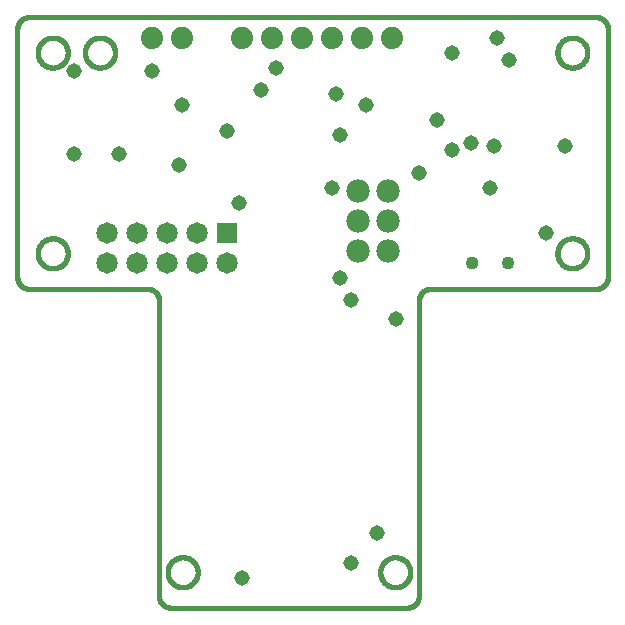
<source format=gbs>
G75*
%MOIN*%
%OFA0B0*%
%FSLAX25Y25*%
%IPPOS*%
%LPD*%
%AMOC8*
5,1,8,0,0,1.08239X$1,22.5*
%
%ADD10C,0.01600*%
%ADD11C,0.07800*%
%ADD12C,0.07400*%
%ADD13R,0.07137X0.07137*%
%ADD14C,0.07137*%
%ADD15C,0.00000*%
%ADD16C,0.04343*%
%ADD17C,0.05162*%
D10*
X0049044Y0005737D02*
X0049044Y0104162D01*
X0049042Y0104286D01*
X0049036Y0104409D01*
X0049027Y0104533D01*
X0049013Y0104655D01*
X0048996Y0104778D01*
X0048974Y0104900D01*
X0048949Y0105021D01*
X0048920Y0105141D01*
X0048888Y0105260D01*
X0048851Y0105379D01*
X0048811Y0105496D01*
X0048768Y0105611D01*
X0048720Y0105726D01*
X0048669Y0105838D01*
X0048615Y0105949D01*
X0048557Y0106059D01*
X0048496Y0106166D01*
X0048431Y0106272D01*
X0048363Y0106375D01*
X0048292Y0106476D01*
X0048218Y0106575D01*
X0048141Y0106672D01*
X0048060Y0106766D01*
X0047977Y0106857D01*
X0047891Y0106946D01*
X0047802Y0107032D01*
X0047711Y0107115D01*
X0047617Y0107196D01*
X0047520Y0107273D01*
X0047421Y0107347D01*
X0047320Y0107418D01*
X0047217Y0107486D01*
X0047111Y0107551D01*
X0047004Y0107612D01*
X0046894Y0107670D01*
X0046783Y0107724D01*
X0046671Y0107775D01*
X0046556Y0107823D01*
X0046441Y0107866D01*
X0046324Y0107906D01*
X0046205Y0107943D01*
X0046086Y0107975D01*
X0045966Y0108004D01*
X0045845Y0108029D01*
X0045723Y0108051D01*
X0045600Y0108068D01*
X0045478Y0108082D01*
X0045354Y0108091D01*
X0045231Y0108097D01*
X0045107Y0108099D01*
X0005737Y0108099D01*
X0005613Y0108101D01*
X0005490Y0108107D01*
X0005366Y0108116D01*
X0005244Y0108130D01*
X0005121Y0108147D01*
X0004999Y0108169D01*
X0004878Y0108194D01*
X0004758Y0108223D01*
X0004639Y0108255D01*
X0004520Y0108292D01*
X0004403Y0108332D01*
X0004288Y0108375D01*
X0004173Y0108423D01*
X0004061Y0108474D01*
X0003950Y0108528D01*
X0003840Y0108586D01*
X0003733Y0108647D01*
X0003627Y0108712D01*
X0003524Y0108780D01*
X0003423Y0108851D01*
X0003324Y0108925D01*
X0003227Y0109002D01*
X0003133Y0109083D01*
X0003042Y0109166D01*
X0002953Y0109252D01*
X0002867Y0109341D01*
X0002784Y0109432D01*
X0002703Y0109526D01*
X0002626Y0109623D01*
X0002552Y0109722D01*
X0002481Y0109823D01*
X0002413Y0109926D01*
X0002348Y0110032D01*
X0002287Y0110139D01*
X0002229Y0110249D01*
X0002175Y0110360D01*
X0002124Y0110472D01*
X0002076Y0110587D01*
X0002033Y0110702D01*
X0001993Y0110819D01*
X0001956Y0110938D01*
X0001924Y0111057D01*
X0001895Y0111177D01*
X0001870Y0111298D01*
X0001848Y0111420D01*
X0001831Y0111543D01*
X0001817Y0111665D01*
X0001808Y0111789D01*
X0001802Y0111912D01*
X0001800Y0112036D01*
X0001800Y0194713D01*
X0001802Y0194837D01*
X0001808Y0194960D01*
X0001817Y0195084D01*
X0001831Y0195206D01*
X0001848Y0195329D01*
X0001870Y0195451D01*
X0001895Y0195572D01*
X0001924Y0195692D01*
X0001956Y0195811D01*
X0001993Y0195930D01*
X0002033Y0196047D01*
X0002076Y0196162D01*
X0002124Y0196277D01*
X0002175Y0196389D01*
X0002229Y0196500D01*
X0002287Y0196610D01*
X0002348Y0196717D01*
X0002413Y0196823D01*
X0002481Y0196926D01*
X0002552Y0197027D01*
X0002626Y0197126D01*
X0002703Y0197223D01*
X0002784Y0197317D01*
X0002867Y0197408D01*
X0002953Y0197497D01*
X0003042Y0197583D01*
X0003133Y0197666D01*
X0003227Y0197747D01*
X0003324Y0197824D01*
X0003423Y0197898D01*
X0003524Y0197969D01*
X0003627Y0198037D01*
X0003733Y0198102D01*
X0003840Y0198163D01*
X0003950Y0198221D01*
X0004061Y0198275D01*
X0004173Y0198326D01*
X0004288Y0198374D01*
X0004403Y0198417D01*
X0004520Y0198457D01*
X0004639Y0198494D01*
X0004758Y0198526D01*
X0004878Y0198555D01*
X0004999Y0198580D01*
X0005121Y0198602D01*
X0005244Y0198619D01*
X0005366Y0198633D01*
X0005490Y0198642D01*
X0005613Y0198648D01*
X0005737Y0198650D01*
X0194713Y0198650D01*
X0194837Y0198648D01*
X0194960Y0198642D01*
X0195084Y0198633D01*
X0195206Y0198619D01*
X0195329Y0198602D01*
X0195451Y0198580D01*
X0195572Y0198555D01*
X0195692Y0198526D01*
X0195811Y0198494D01*
X0195930Y0198457D01*
X0196047Y0198417D01*
X0196162Y0198374D01*
X0196277Y0198326D01*
X0196389Y0198275D01*
X0196500Y0198221D01*
X0196610Y0198163D01*
X0196717Y0198102D01*
X0196823Y0198037D01*
X0196926Y0197969D01*
X0197027Y0197898D01*
X0197126Y0197824D01*
X0197223Y0197747D01*
X0197317Y0197666D01*
X0197408Y0197583D01*
X0197497Y0197497D01*
X0197583Y0197408D01*
X0197666Y0197317D01*
X0197747Y0197223D01*
X0197824Y0197126D01*
X0197898Y0197027D01*
X0197969Y0196926D01*
X0198037Y0196823D01*
X0198102Y0196717D01*
X0198163Y0196610D01*
X0198221Y0196500D01*
X0198275Y0196389D01*
X0198326Y0196277D01*
X0198374Y0196162D01*
X0198417Y0196047D01*
X0198457Y0195930D01*
X0198494Y0195811D01*
X0198526Y0195692D01*
X0198555Y0195572D01*
X0198580Y0195451D01*
X0198602Y0195329D01*
X0198619Y0195206D01*
X0198633Y0195084D01*
X0198642Y0194960D01*
X0198648Y0194837D01*
X0198650Y0194713D01*
X0198650Y0112036D01*
X0198648Y0111912D01*
X0198642Y0111789D01*
X0198633Y0111665D01*
X0198619Y0111543D01*
X0198602Y0111420D01*
X0198580Y0111298D01*
X0198555Y0111177D01*
X0198526Y0111057D01*
X0198494Y0110938D01*
X0198457Y0110819D01*
X0198417Y0110702D01*
X0198374Y0110587D01*
X0198326Y0110472D01*
X0198275Y0110360D01*
X0198221Y0110249D01*
X0198163Y0110139D01*
X0198102Y0110032D01*
X0198037Y0109926D01*
X0197969Y0109823D01*
X0197898Y0109722D01*
X0197824Y0109623D01*
X0197747Y0109526D01*
X0197666Y0109432D01*
X0197583Y0109341D01*
X0197497Y0109252D01*
X0197408Y0109166D01*
X0197317Y0109083D01*
X0197223Y0109002D01*
X0197126Y0108925D01*
X0197027Y0108851D01*
X0196926Y0108780D01*
X0196823Y0108712D01*
X0196717Y0108647D01*
X0196610Y0108586D01*
X0196500Y0108528D01*
X0196389Y0108474D01*
X0196277Y0108423D01*
X0196162Y0108375D01*
X0196047Y0108332D01*
X0195930Y0108292D01*
X0195811Y0108255D01*
X0195692Y0108223D01*
X0195572Y0108194D01*
X0195451Y0108169D01*
X0195329Y0108147D01*
X0195206Y0108130D01*
X0195084Y0108116D01*
X0194960Y0108107D01*
X0194837Y0108101D01*
X0194713Y0108099D01*
X0139595Y0108099D01*
X0139471Y0108097D01*
X0139348Y0108091D01*
X0139224Y0108082D01*
X0139102Y0108068D01*
X0138979Y0108051D01*
X0138857Y0108029D01*
X0138736Y0108004D01*
X0138616Y0107975D01*
X0138497Y0107943D01*
X0138378Y0107906D01*
X0138261Y0107866D01*
X0138146Y0107823D01*
X0138031Y0107775D01*
X0137919Y0107724D01*
X0137808Y0107670D01*
X0137698Y0107612D01*
X0137591Y0107551D01*
X0137485Y0107486D01*
X0137382Y0107418D01*
X0137281Y0107347D01*
X0137182Y0107273D01*
X0137085Y0107196D01*
X0136991Y0107115D01*
X0136900Y0107032D01*
X0136811Y0106946D01*
X0136725Y0106857D01*
X0136642Y0106766D01*
X0136561Y0106672D01*
X0136484Y0106575D01*
X0136410Y0106476D01*
X0136339Y0106375D01*
X0136271Y0106272D01*
X0136206Y0106166D01*
X0136145Y0106059D01*
X0136087Y0105949D01*
X0136033Y0105838D01*
X0135982Y0105726D01*
X0135934Y0105611D01*
X0135891Y0105496D01*
X0135851Y0105379D01*
X0135814Y0105260D01*
X0135782Y0105141D01*
X0135753Y0105021D01*
X0135728Y0104900D01*
X0135706Y0104778D01*
X0135689Y0104655D01*
X0135675Y0104533D01*
X0135666Y0104409D01*
X0135660Y0104286D01*
X0135658Y0104162D01*
X0135658Y0005737D01*
X0135656Y0005613D01*
X0135650Y0005490D01*
X0135641Y0005366D01*
X0135627Y0005244D01*
X0135610Y0005121D01*
X0135588Y0004999D01*
X0135563Y0004878D01*
X0135534Y0004758D01*
X0135502Y0004639D01*
X0135465Y0004520D01*
X0135425Y0004403D01*
X0135382Y0004288D01*
X0135334Y0004173D01*
X0135283Y0004061D01*
X0135229Y0003950D01*
X0135171Y0003840D01*
X0135110Y0003733D01*
X0135045Y0003627D01*
X0134977Y0003524D01*
X0134906Y0003423D01*
X0134832Y0003324D01*
X0134755Y0003227D01*
X0134674Y0003133D01*
X0134591Y0003042D01*
X0134505Y0002953D01*
X0134416Y0002867D01*
X0134325Y0002784D01*
X0134231Y0002703D01*
X0134134Y0002626D01*
X0134035Y0002552D01*
X0133934Y0002481D01*
X0133831Y0002413D01*
X0133725Y0002348D01*
X0133618Y0002287D01*
X0133508Y0002229D01*
X0133397Y0002175D01*
X0133285Y0002124D01*
X0133170Y0002076D01*
X0133055Y0002033D01*
X0132938Y0001993D01*
X0132819Y0001956D01*
X0132700Y0001924D01*
X0132580Y0001895D01*
X0132459Y0001870D01*
X0132337Y0001848D01*
X0132214Y0001831D01*
X0132092Y0001817D01*
X0131968Y0001808D01*
X0131845Y0001802D01*
X0131721Y0001800D01*
X0052981Y0001800D01*
X0052857Y0001802D01*
X0052734Y0001808D01*
X0052610Y0001817D01*
X0052488Y0001831D01*
X0052365Y0001848D01*
X0052243Y0001870D01*
X0052122Y0001895D01*
X0052002Y0001924D01*
X0051883Y0001956D01*
X0051764Y0001993D01*
X0051647Y0002033D01*
X0051532Y0002076D01*
X0051417Y0002124D01*
X0051305Y0002175D01*
X0051194Y0002229D01*
X0051084Y0002287D01*
X0050977Y0002348D01*
X0050871Y0002413D01*
X0050768Y0002481D01*
X0050667Y0002552D01*
X0050568Y0002626D01*
X0050471Y0002703D01*
X0050377Y0002784D01*
X0050286Y0002867D01*
X0050197Y0002953D01*
X0050111Y0003042D01*
X0050028Y0003133D01*
X0049947Y0003227D01*
X0049870Y0003324D01*
X0049796Y0003423D01*
X0049725Y0003524D01*
X0049657Y0003627D01*
X0049592Y0003733D01*
X0049531Y0003840D01*
X0049473Y0003950D01*
X0049419Y0004061D01*
X0049368Y0004173D01*
X0049320Y0004288D01*
X0049277Y0004403D01*
X0049237Y0004520D01*
X0049200Y0004639D01*
X0049168Y0004758D01*
X0049139Y0004878D01*
X0049114Y0004999D01*
X0049092Y0005121D01*
X0049075Y0005244D01*
X0049061Y0005366D01*
X0049052Y0005490D01*
X0049046Y0005613D01*
X0049044Y0005737D01*
X0051918Y0013611D02*
X0051920Y0013752D01*
X0051926Y0013893D01*
X0051936Y0014033D01*
X0051950Y0014173D01*
X0051968Y0014313D01*
X0051989Y0014452D01*
X0052015Y0014591D01*
X0052044Y0014729D01*
X0052078Y0014865D01*
X0052115Y0015001D01*
X0052156Y0015136D01*
X0052201Y0015270D01*
X0052250Y0015402D01*
X0052302Y0015533D01*
X0052358Y0015662D01*
X0052418Y0015789D01*
X0052481Y0015915D01*
X0052547Y0016039D01*
X0052618Y0016162D01*
X0052691Y0016282D01*
X0052768Y0016400D01*
X0052848Y0016516D01*
X0052932Y0016629D01*
X0053018Y0016740D01*
X0053108Y0016849D01*
X0053201Y0016955D01*
X0053296Y0017058D01*
X0053395Y0017159D01*
X0053496Y0017257D01*
X0053600Y0017352D01*
X0053707Y0017444D01*
X0053816Y0017533D01*
X0053928Y0017618D01*
X0054042Y0017701D01*
X0054158Y0017781D01*
X0054277Y0017857D01*
X0054398Y0017929D01*
X0054520Y0017999D01*
X0054645Y0018064D01*
X0054771Y0018127D01*
X0054899Y0018185D01*
X0055029Y0018240D01*
X0055160Y0018292D01*
X0055293Y0018339D01*
X0055427Y0018383D01*
X0055562Y0018424D01*
X0055698Y0018460D01*
X0055835Y0018492D01*
X0055973Y0018521D01*
X0056111Y0018546D01*
X0056251Y0018566D01*
X0056391Y0018583D01*
X0056531Y0018596D01*
X0056672Y0018605D01*
X0056812Y0018610D01*
X0056953Y0018611D01*
X0057094Y0018608D01*
X0057235Y0018601D01*
X0057375Y0018590D01*
X0057515Y0018575D01*
X0057655Y0018556D01*
X0057794Y0018534D01*
X0057932Y0018507D01*
X0058070Y0018477D01*
X0058206Y0018442D01*
X0058342Y0018404D01*
X0058476Y0018362D01*
X0058610Y0018316D01*
X0058742Y0018267D01*
X0058872Y0018213D01*
X0059001Y0018156D01*
X0059128Y0018096D01*
X0059254Y0018032D01*
X0059377Y0017964D01*
X0059499Y0017893D01*
X0059619Y0017819D01*
X0059736Y0017741D01*
X0059851Y0017660D01*
X0059964Y0017576D01*
X0060075Y0017489D01*
X0060183Y0017398D01*
X0060288Y0017305D01*
X0060391Y0017208D01*
X0060491Y0017109D01*
X0060588Y0017007D01*
X0060682Y0016902D01*
X0060773Y0016795D01*
X0060861Y0016685D01*
X0060946Y0016573D01*
X0061028Y0016458D01*
X0061107Y0016341D01*
X0061182Y0016222D01*
X0061254Y0016101D01*
X0061322Y0015978D01*
X0061387Y0015853D01*
X0061449Y0015726D01*
X0061506Y0015597D01*
X0061561Y0015467D01*
X0061611Y0015336D01*
X0061658Y0015203D01*
X0061701Y0015069D01*
X0061740Y0014933D01*
X0061775Y0014797D01*
X0061807Y0014660D01*
X0061834Y0014522D01*
X0061858Y0014383D01*
X0061878Y0014243D01*
X0061894Y0014103D01*
X0061906Y0013963D01*
X0061914Y0013822D01*
X0061918Y0013681D01*
X0061918Y0013541D01*
X0061914Y0013400D01*
X0061906Y0013259D01*
X0061894Y0013119D01*
X0061878Y0012979D01*
X0061858Y0012839D01*
X0061834Y0012700D01*
X0061807Y0012562D01*
X0061775Y0012425D01*
X0061740Y0012289D01*
X0061701Y0012153D01*
X0061658Y0012019D01*
X0061611Y0011886D01*
X0061561Y0011755D01*
X0061506Y0011625D01*
X0061449Y0011496D01*
X0061387Y0011369D01*
X0061322Y0011244D01*
X0061254Y0011121D01*
X0061182Y0011000D01*
X0061107Y0010881D01*
X0061028Y0010764D01*
X0060946Y0010649D01*
X0060861Y0010537D01*
X0060773Y0010427D01*
X0060682Y0010320D01*
X0060588Y0010215D01*
X0060491Y0010113D01*
X0060391Y0010014D01*
X0060288Y0009917D01*
X0060183Y0009824D01*
X0060075Y0009733D01*
X0059964Y0009646D01*
X0059851Y0009562D01*
X0059736Y0009481D01*
X0059619Y0009403D01*
X0059499Y0009329D01*
X0059377Y0009258D01*
X0059254Y0009190D01*
X0059128Y0009126D01*
X0059001Y0009066D01*
X0058872Y0009009D01*
X0058742Y0008955D01*
X0058610Y0008906D01*
X0058476Y0008860D01*
X0058342Y0008818D01*
X0058206Y0008780D01*
X0058070Y0008745D01*
X0057932Y0008715D01*
X0057794Y0008688D01*
X0057655Y0008666D01*
X0057515Y0008647D01*
X0057375Y0008632D01*
X0057235Y0008621D01*
X0057094Y0008614D01*
X0056953Y0008611D01*
X0056812Y0008612D01*
X0056672Y0008617D01*
X0056531Y0008626D01*
X0056391Y0008639D01*
X0056251Y0008656D01*
X0056111Y0008676D01*
X0055973Y0008701D01*
X0055835Y0008730D01*
X0055698Y0008762D01*
X0055562Y0008798D01*
X0055427Y0008839D01*
X0055293Y0008883D01*
X0055160Y0008930D01*
X0055029Y0008982D01*
X0054899Y0009037D01*
X0054771Y0009095D01*
X0054645Y0009158D01*
X0054520Y0009223D01*
X0054398Y0009293D01*
X0054277Y0009365D01*
X0054158Y0009441D01*
X0054042Y0009521D01*
X0053928Y0009604D01*
X0053816Y0009689D01*
X0053707Y0009778D01*
X0053600Y0009870D01*
X0053496Y0009965D01*
X0053395Y0010063D01*
X0053296Y0010164D01*
X0053201Y0010267D01*
X0053108Y0010373D01*
X0053018Y0010482D01*
X0052932Y0010593D01*
X0052848Y0010706D01*
X0052768Y0010822D01*
X0052691Y0010940D01*
X0052618Y0011060D01*
X0052547Y0011183D01*
X0052481Y0011307D01*
X0052418Y0011433D01*
X0052358Y0011560D01*
X0052302Y0011689D01*
X0052250Y0011820D01*
X0052201Y0011952D01*
X0052156Y0012086D01*
X0052115Y0012221D01*
X0052078Y0012357D01*
X0052044Y0012493D01*
X0052015Y0012631D01*
X0051989Y0012770D01*
X0051968Y0012909D01*
X0051950Y0013049D01*
X0051936Y0013189D01*
X0051926Y0013329D01*
X0051920Y0013470D01*
X0051918Y0013611D01*
X0122784Y0013611D02*
X0122786Y0013752D01*
X0122792Y0013893D01*
X0122802Y0014033D01*
X0122816Y0014173D01*
X0122834Y0014313D01*
X0122855Y0014452D01*
X0122881Y0014591D01*
X0122910Y0014729D01*
X0122944Y0014865D01*
X0122981Y0015001D01*
X0123022Y0015136D01*
X0123067Y0015270D01*
X0123116Y0015402D01*
X0123168Y0015533D01*
X0123224Y0015662D01*
X0123284Y0015789D01*
X0123347Y0015915D01*
X0123413Y0016039D01*
X0123484Y0016162D01*
X0123557Y0016282D01*
X0123634Y0016400D01*
X0123714Y0016516D01*
X0123798Y0016629D01*
X0123884Y0016740D01*
X0123974Y0016849D01*
X0124067Y0016955D01*
X0124162Y0017058D01*
X0124261Y0017159D01*
X0124362Y0017257D01*
X0124466Y0017352D01*
X0124573Y0017444D01*
X0124682Y0017533D01*
X0124794Y0017618D01*
X0124908Y0017701D01*
X0125024Y0017781D01*
X0125143Y0017857D01*
X0125264Y0017929D01*
X0125386Y0017999D01*
X0125511Y0018064D01*
X0125637Y0018127D01*
X0125765Y0018185D01*
X0125895Y0018240D01*
X0126026Y0018292D01*
X0126159Y0018339D01*
X0126293Y0018383D01*
X0126428Y0018424D01*
X0126564Y0018460D01*
X0126701Y0018492D01*
X0126839Y0018521D01*
X0126977Y0018546D01*
X0127117Y0018566D01*
X0127257Y0018583D01*
X0127397Y0018596D01*
X0127538Y0018605D01*
X0127678Y0018610D01*
X0127819Y0018611D01*
X0127960Y0018608D01*
X0128101Y0018601D01*
X0128241Y0018590D01*
X0128381Y0018575D01*
X0128521Y0018556D01*
X0128660Y0018534D01*
X0128798Y0018507D01*
X0128936Y0018477D01*
X0129072Y0018442D01*
X0129208Y0018404D01*
X0129342Y0018362D01*
X0129476Y0018316D01*
X0129608Y0018267D01*
X0129738Y0018213D01*
X0129867Y0018156D01*
X0129994Y0018096D01*
X0130120Y0018032D01*
X0130243Y0017964D01*
X0130365Y0017893D01*
X0130485Y0017819D01*
X0130602Y0017741D01*
X0130717Y0017660D01*
X0130830Y0017576D01*
X0130941Y0017489D01*
X0131049Y0017398D01*
X0131154Y0017305D01*
X0131257Y0017208D01*
X0131357Y0017109D01*
X0131454Y0017007D01*
X0131548Y0016902D01*
X0131639Y0016795D01*
X0131727Y0016685D01*
X0131812Y0016573D01*
X0131894Y0016458D01*
X0131973Y0016341D01*
X0132048Y0016222D01*
X0132120Y0016101D01*
X0132188Y0015978D01*
X0132253Y0015853D01*
X0132315Y0015726D01*
X0132372Y0015597D01*
X0132427Y0015467D01*
X0132477Y0015336D01*
X0132524Y0015203D01*
X0132567Y0015069D01*
X0132606Y0014933D01*
X0132641Y0014797D01*
X0132673Y0014660D01*
X0132700Y0014522D01*
X0132724Y0014383D01*
X0132744Y0014243D01*
X0132760Y0014103D01*
X0132772Y0013963D01*
X0132780Y0013822D01*
X0132784Y0013681D01*
X0132784Y0013541D01*
X0132780Y0013400D01*
X0132772Y0013259D01*
X0132760Y0013119D01*
X0132744Y0012979D01*
X0132724Y0012839D01*
X0132700Y0012700D01*
X0132673Y0012562D01*
X0132641Y0012425D01*
X0132606Y0012289D01*
X0132567Y0012153D01*
X0132524Y0012019D01*
X0132477Y0011886D01*
X0132427Y0011755D01*
X0132372Y0011625D01*
X0132315Y0011496D01*
X0132253Y0011369D01*
X0132188Y0011244D01*
X0132120Y0011121D01*
X0132048Y0011000D01*
X0131973Y0010881D01*
X0131894Y0010764D01*
X0131812Y0010649D01*
X0131727Y0010537D01*
X0131639Y0010427D01*
X0131548Y0010320D01*
X0131454Y0010215D01*
X0131357Y0010113D01*
X0131257Y0010014D01*
X0131154Y0009917D01*
X0131049Y0009824D01*
X0130941Y0009733D01*
X0130830Y0009646D01*
X0130717Y0009562D01*
X0130602Y0009481D01*
X0130485Y0009403D01*
X0130365Y0009329D01*
X0130243Y0009258D01*
X0130120Y0009190D01*
X0129994Y0009126D01*
X0129867Y0009066D01*
X0129738Y0009009D01*
X0129608Y0008955D01*
X0129476Y0008906D01*
X0129342Y0008860D01*
X0129208Y0008818D01*
X0129072Y0008780D01*
X0128936Y0008745D01*
X0128798Y0008715D01*
X0128660Y0008688D01*
X0128521Y0008666D01*
X0128381Y0008647D01*
X0128241Y0008632D01*
X0128101Y0008621D01*
X0127960Y0008614D01*
X0127819Y0008611D01*
X0127678Y0008612D01*
X0127538Y0008617D01*
X0127397Y0008626D01*
X0127257Y0008639D01*
X0127117Y0008656D01*
X0126977Y0008676D01*
X0126839Y0008701D01*
X0126701Y0008730D01*
X0126564Y0008762D01*
X0126428Y0008798D01*
X0126293Y0008839D01*
X0126159Y0008883D01*
X0126026Y0008930D01*
X0125895Y0008982D01*
X0125765Y0009037D01*
X0125637Y0009095D01*
X0125511Y0009158D01*
X0125386Y0009223D01*
X0125264Y0009293D01*
X0125143Y0009365D01*
X0125024Y0009441D01*
X0124908Y0009521D01*
X0124794Y0009604D01*
X0124682Y0009689D01*
X0124573Y0009778D01*
X0124466Y0009870D01*
X0124362Y0009965D01*
X0124261Y0010063D01*
X0124162Y0010164D01*
X0124067Y0010267D01*
X0123974Y0010373D01*
X0123884Y0010482D01*
X0123798Y0010593D01*
X0123714Y0010706D01*
X0123634Y0010822D01*
X0123557Y0010940D01*
X0123484Y0011060D01*
X0123413Y0011183D01*
X0123347Y0011307D01*
X0123284Y0011433D01*
X0123224Y0011560D01*
X0123168Y0011689D01*
X0123116Y0011820D01*
X0123067Y0011952D01*
X0123022Y0012086D01*
X0122981Y0012221D01*
X0122944Y0012357D01*
X0122910Y0012493D01*
X0122881Y0012631D01*
X0122855Y0012770D01*
X0122834Y0012909D01*
X0122816Y0013049D01*
X0122802Y0013189D01*
X0122792Y0013329D01*
X0122786Y0013470D01*
X0122784Y0013611D01*
X0181839Y0119910D02*
X0181841Y0120051D01*
X0181847Y0120192D01*
X0181857Y0120332D01*
X0181871Y0120472D01*
X0181889Y0120612D01*
X0181910Y0120751D01*
X0181936Y0120890D01*
X0181965Y0121028D01*
X0181999Y0121164D01*
X0182036Y0121300D01*
X0182077Y0121435D01*
X0182122Y0121569D01*
X0182171Y0121701D01*
X0182223Y0121832D01*
X0182279Y0121961D01*
X0182339Y0122088D01*
X0182402Y0122214D01*
X0182468Y0122338D01*
X0182539Y0122461D01*
X0182612Y0122581D01*
X0182689Y0122699D01*
X0182769Y0122815D01*
X0182853Y0122928D01*
X0182939Y0123039D01*
X0183029Y0123148D01*
X0183122Y0123254D01*
X0183217Y0123357D01*
X0183316Y0123458D01*
X0183417Y0123556D01*
X0183521Y0123651D01*
X0183628Y0123743D01*
X0183737Y0123832D01*
X0183849Y0123917D01*
X0183963Y0124000D01*
X0184079Y0124080D01*
X0184198Y0124156D01*
X0184319Y0124228D01*
X0184441Y0124298D01*
X0184566Y0124363D01*
X0184692Y0124426D01*
X0184820Y0124484D01*
X0184950Y0124539D01*
X0185081Y0124591D01*
X0185214Y0124638D01*
X0185348Y0124682D01*
X0185483Y0124723D01*
X0185619Y0124759D01*
X0185756Y0124791D01*
X0185894Y0124820D01*
X0186032Y0124845D01*
X0186172Y0124865D01*
X0186312Y0124882D01*
X0186452Y0124895D01*
X0186593Y0124904D01*
X0186733Y0124909D01*
X0186874Y0124910D01*
X0187015Y0124907D01*
X0187156Y0124900D01*
X0187296Y0124889D01*
X0187436Y0124874D01*
X0187576Y0124855D01*
X0187715Y0124833D01*
X0187853Y0124806D01*
X0187991Y0124776D01*
X0188127Y0124741D01*
X0188263Y0124703D01*
X0188397Y0124661D01*
X0188531Y0124615D01*
X0188663Y0124566D01*
X0188793Y0124512D01*
X0188922Y0124455D01*
X0189049Y0124395D01*
X0189175Y0124331D01*
X0189298Y0124263D01*
X0189420Y0124192D01*
X0189540Y0124118D01*
X0189657Y0124040D01*
X0189772Y0123959D01*
X0189885Y0123875D01*
X0189996Y0123788D01*
X0190104Y0123697D01*
X0190209Y0123604D01*
X0190312Y0123507D01*
X0190412Y0123408D01*
X0190509Y0123306D01*
X0190603Y0123201D01*
X0190694Y0123094D01*
X0190782Y0122984D01*
X0190867Y0122872D01*
X0190949Y0122757D01*
X0191028Y0122640D01*
X0191103Y0122521D01*
X0191175Y0122400D01*
X0191243Y0122277D01*
X0191308Y0122152D01*
X0191370Y0122025D01*
X0191427Y0121896D01*
X0191482Y0121766D01*
X0191532Y0121635D01*
X0191579Y0121502D01*
X0191622Y0121368D01*
X0191661Y0121232D01*
X0191696Y0121096D01*
X0191728Y0120959D01*
X0191755Y0120821D01*
X0191779Y0120682D01*
X0191799Y0120542D01*
X0191815Y0120402D01*
X0191827Y0120262D01*
X0191835Y0120121D01*
X0191839Y0119980D01*
X0191839Y0119840D01*
X0191835Y0119699D01*
X0191827Y0119558D01*
X0191815Y0119418D01*
X0191799Y0119278D01*
X0191779Y0119138D01*
X0191755Y0118999D01*
X0191728Y0118861D01*
X0191696Y0118724D01*
X0191661Y0118588D01*
X0191622Y0118452D01*
X0191579Y0118318D01*
X0191532Y0118185D01*
X0191482Y0118054D01*
X0191427Y0117924D01*
X0191370Y0117795D01*
X0191308Y0117668D01*
X0191243Y0117543D01*
X0191175Y0117420D01*
X0191103Y0117299D01*
X0191028Y0117180D01*
X0190949Y0117063D01*
X0190867Y0116948D01*
X0190782Y0116836D01*
X0190694Y0116726D01*
X0190603Y0116619D01*
X0190509Y0116514D01*
X0190412Y0116412D01*
X0190312Y0116313D01*
X0190209Y0116216D01*
X0190104Y0116123D01*
X0189996Y0116032D01*
X0189885Y0115945D01*
X0189772Y0115861D01*
X0189657Y0115780D01*
X0189540Y0115702D01*
X0189420Y0115628D01*
X0189298Y0115557D01*
X0189175Y0115489D01*
X0189049Y0115425D01*
X0188922Y0115365D01*
X0188793Y0115308D01*
X0188663Y0115254D01*
X0188531Y0115205D01*
X0188397Y0115159D01*
X0188263Y0115117D01*
X0188127Y0115079D01*
X0187991Y0115044D01*
X0187853Y0115014D01*
X0187715Y0114987D01*
X0187576Y0114965D01*
X0187436Y0114946D01*
X0187296Y0114931D01*
X0187156Y0114920D01*
X0187015Y0114913D01*
X0186874Y0114910D01*
X0186733Y0114911D01*
X0186593Y0114916D01*
X0186452Y0114925D01*
X0186312Y0114938D01*
X0186172Y0114955D01*
X0186032Y0114975D01*
X0185894Y0115000D01*
X0185756Y0115029D01*
X0185619Y0115061D01*
X0185483Y0115097D01*
X0185348Y0115138D01*
X0185214Y0115182D01*
X0185081Y0115229D01*
X0184950Y0115281D01*
X0184820Y0115336D01*
X0184692Y0115394D01*
X0184566Y0115457D01*
X0184441Y0115522D01*
X0184319Y0115592D01*
X0184198Y0115664D01*
X0184079Y0115740D01*
X0183963Y0115820D01*
X0183849Y0115903D01*
X0183737Y0115988D01*
X0183628Y0116077D01*
X0183521Y0116169D01*
X0183417Y0116264D01*
X0183316Y0116362D01*
X0183217Y0116463D01*
X0183122Y0116566D01*
X0183029Y0116672D01*
X0182939Y0116781D01*
X0182853Y0116892D01*
X0182769Y0117005D01*
X0182689Y0117121D01*
X0182612Y0117239D01*
X0182539Y0117359D01*
X0182468Y0117482D01*
X0182402Y0117606D01*
X0182339Y0117732D01*
X0182279Y0117859D01*
X0182223Y0117988D01*
X0182171Y0118119D01*
X0182122Y0118251D01*
X0182077Y0118385D01*
X0182036Y0118520D01*
X0181999Y0118656D01*
X0181965Y0118792D01*
X0181936Y0118930D01*
X0181910Y0119069D01*
X0181889Y0119208D01*
X0181871Y0119348D01*
X0181857Y0119488D01*
X0181847Y0119628D01*
X0181841Y0119769D01*
X0181839Y0119910D01*
X0181839Y0186839D02*
X0181841Y0186980D01*
X0181847Y0187121D01*
X0181857Y0187261D01*
X0181871Y0187401D01*
X0181889Y0187541D01*
X0181910Y0187680D01*
X0181936Y0187819D01*
X0181965Y0187957D01*
X0181999Y0188093D01*
X0182036Y0188229D01*
X0182077Y0188364D01*
X0182122Y0188498D01*
X0182171Y0188630D01*
X0182223Y0188761D01*
X0182279Y0188890D01*
X0182339Y0189017D01*
X0182402Y0189143D01*
X0182468Y0189267D01*
X0182539Y0189390D01*
X0182612Y0189510D01*
X0182689Y0189628D01*
X0182769Y0189744D01*
X0182853Y0189857D01*
X0182939Y0189968D01*
X0183029Y0190077D01*
X0183122Y0190183D01*
X0183217Y0190286D01*
X0183316Y0190387D01*
X0183417Y0190485D01*
X0183521Y0190580D01*
X0183628Y0190672D01*
X0183737Y0190761D01*
X0183849Y0190846D01*
X0183963Y0190929D01*
X0184079Y0191009D01*
X0184198Y0191085D01*
X0184319Y0191157D01*
X0184441Y0191227D01*
X0184566Y0191292D01*
X0184692Y0191355D01*
X0184820Y0191413D01*
X0184950Y0191468D01*
X0185081Y0191520D01*
X0185214Y0191567D01*
X0185348Y0191611D01*
X0185483Y0191652D01*
X0185619Y0191688D01*
X0185756Y0191720D01*
X0185894Y0191749D01*
X0186032Y0191774D01*
X0186172Y0191794D01*
X0186312Y0191811D01*
X0186452Y0191824D01*
X0186593Y0191833D01*
X0186733Y0191838D01*
X0186874Y0191839D01*
X0187015Y0191836D01*
X0187156Y0191829D01*
X0187296Y0191818D01*
X0187436Y0191803D01*
X0187576Y0191784D01*
X0187715Y0191762D01*
X0187853Y0191735D01*
X0187991Y0191705D01*
X0188127Y0191670D01*
X0188263Y0191632D01*
X0188397Y0191590D01*
X0188531Y0191544D01*
X0188663Y0191495D01*
X0188793Y0191441D01*
X0188922Y0191384D01*
X0189049Y0191324D01*
X0189175Y0191260D01*
X0189298Y0191192D01*
X0189420Y0191121D01*
X0189540Y0191047D01*
X0189657Y0190969D01*
X0189772Y0190888D01*
X0189885Y0190804D01*
X0189996Y0190717D01*
X0190104Y0190626D01*
X0190209Y0190533D01*
X0190312Y0190436D01*
X0190412Y0190337D01*
X0190509Y0190235D01*
X0190603Y0190130D01*
X0190694Y0190023D01*
X0190782Y0189913D01*
X0190867Y0189801D01*
X0190949Y0189686D01*
X0191028Y0189569D01*
X0191103Y0189450D01*
X0191175Y0189329D01*
X0191243Y0189206D01*
X0191308Y0189081D01*
X0191370Y0188954D01*
X0191427Y0188825D01*
X0191482Y0188695D01*
X0191532Y0188564D01*
X0191579Y0188431D01*
X0191622Y0188297D01*
X0191661Y0188161D01*
X0191696Y0188025D01*
X0191728Y0187888D01*
X0191755Y0187750D01*
X0191779Y0187611D01*
X0191799Y0187471D01*
X0191815Y0187331D01*
X0191827Y0187191D01*
X0191835Y0187050D01*
X0191839Y0186909D01*
X0191839Y0186769D01*
X0191835Y0186628D01*
X0191827Y0186487D01*
X0191815Y0186347D01*
X0191799Y0186207D01*
X0191779Y0186067D01*
X0191755Y0185928D01*
X0191728Y0185790D01*
X0191696Y0185653D01*
X0191661Y0185517D01*
X0191622Y0185381D01*
X0191579Y0185247D01*
X0191532Y0185114D01*
X0191482Y0184983D01*
X0191427Y0184853D01*
X0191370Y0184724D01*
X0191308Y0184597D01*
X0191243Y0184472D01*
X0191175Y0184349D01*
X0191103Y0184228D01*
X0191028Y0184109D01*
X0190949Y0183992D01*
X0190867Y0183877D01*
X0190782Y0183765D01*
X0190694Y0183655D01*
X0190603Y0183548D01*
X0190509Y0183443D01*
X0190412Y0183341D01*
X0190312Y0183242D01*
X0190209Y0183145D01*
X0190104Y0183052D01*
X0189996Y0182961D01*
X0189885Y0182874D01*
X0189772Y0182790D01*
X0189657Y0182709D01*
X0189540Y0182631D01*
X0189420Y0182557D01*
X0189298Y0182486D01*
X0189175Y0182418D01*
X0189049Y0182354D01*
X0188922Y0182294D01*
X0188793Y0182237D01*
X0188663Y0182183D01*
X0188531Y0182134D01*
X0188397Y0182088D01*
X0188263Y0182046D01*
X0188127Y0182008D01*
X0187991Y0181973D01*
X0187853Y0181943D01*
X0187715Y0181916D01*
X0187576Y0181894D01*
X0187436Y0181875D01*
X0187296Y0181860D01*
X0187156Y0181849D01*
X0187015Y0181842D01*
X0186874Y0181839D01*
X0186733Y0181840D01*
X0186593Y0181845D01*
X0186452Y0181854D01*
X0186312Y0181867D01*
X0186172Y0181884D01*
X0186032Y0181904D01*
X0185894Y0181929D01*
X0185756Y0181958D01*
X0185619Y0181990D01*
X0185483Y0182026D01*
X0185348Y0182067D01*
X0185214Y0182111D01*
X0185081Y0182158D01*
X0184950Y0182210D01*
X0184820Y0182265D01*
X0184692Y0182323D01*
X0184566Y0182386D01*
X0184441Y0182451D01*
X0184319Y0182521D01*
X0184198Y0182593D01*
X0184079Y0182669D01*
X0183963Y0182749D01*
X0183849Y0182832D01*
X0183737Y0182917D01*
X0183628Y0183006D01*
X0183521Y0183098D01*
X0183417Y0183193D01*
X0183316Y0183291D01*
X0183217Y0183392D01*
X0183122Y0183495D01*
X0183029Y0183601D01*
X0182939Y0183710D01*
X0182853Y0183821D01*
X0182769Y0183934D01*
X0182689Y0184050D01*
X0182612Y0184168D01*
X0182539Y0184288D01*
X0182468Y0184411D01*
X0182402Y0184535D01*
X0182339Y0184661D01*
X0182279Y0184788D01*
X0182223Y0184917D01*
X0182171Y0185048D01*
X0182122Y0185180D01*
X0182077Y0185314D01*
X0182036Y0185449D01*
X0181999Y0185585D01*
X0181965Y0185721D01*
X0181936Y0185859D01*
X0181910Y0185998D01*
X0181889Y0186137D01*
X0181871Y0186277D01*
X0181857Y0186417D01*
X0181847Y0186557D01*
X0181841Y0186698D01*
X0181839Y0186839D01*
X0024359Y0186839D02*
X0024361Y0186980D01*
X0024367Y0187121D01*
X0024377Y0187261D01*
X0024391Y0187401D01*
X0024409Y0187541D01*
X0024430Y0187680D01*
X0024456Y0187819D01*
X0024485Y0187957D01*
X0024519Y0188093D01*
X0024556Y0188229D01*
X0024597Y0188364D01*
X0024642Y0188498D01*
X0024691Y0188630D01*
X0024743Y0188761D01*
X0024799Y0188890D01*
X0024859Y0189017D01*
X0024922Y0189143D01*
X0024988Y0189267D01*
X0025059Y0189390D01*
X0025132Y0189510D01*
X0025209Y0189628D01*
X0025289Y0189744D01*
X0025373Y0189857D01*
X0025459Y0189968D01*
X0025549Y0190077D01*
X0025642Y0190183D01*
X0025737Y0190286D01*
X0025836Y0190387D01*
X0025937Y0190485D01*
X0026041Y0190580D01*
X0026148Y0190672D01*
X0026257Y0190761D01*
X0026369Y0190846D01*
X0026483Y0190929D01*
X0026599Y0191009D01*
X0026718Y0191085D01*
X0026839Y0191157D01*
X0026961Y0191227D01*
X0027086Y0191292D01*
X0027212Y0191355D01*
X0027340Y0191413D01*
X0027470Y0191468D01*
X0027601Y0191520D01*
X0027734Y0191567D01*
X0027868Y0191611D01*
X0028003Y0191652D01*
X0028139Y0191688D01*
X0028276Y0191720D01*
X0028414Y0191749D01*
X0028552Y0191774D01*
X0028692Y0191794D01*
X0028832Y0191811D01*
X0028972Y0191824D01*
X0029113Y0191833D01*
X0029253Y0191838D01*
X0029394Y0191839D01*
X0029535Y0191836D01*
X0029676Y0191829D01*
X0029816Y0191818D01*
X0029956Y0191803D01*
X0030096Y0191784D01*
X0030235Y0191762D01*
X0030373Y0191735D01*
X0030511Y0191705D01*
X0030647Y0191670D01*
X0030783Y0191632D01*
X0030917Y0191590D01*
X0031051Y0191544D01*
X0031183Y0191495D01*
X0031313Y0191441D01*
X0031442Y0191384D01*
X0031569Y0191324D01*
X0031695Y0191260D01*
X0031818Y0191192D01*
X0031940Y0191121D01*
X0032060Y0191047D01*
X0032177Y0190969D01*
X0032292Y0190888D01*
X0032405Y0190804D01*
X0032516Y0190717D01*
X0032624Y0190626D01*
X0032729Y0190533D01*
X0032832Y0190436D01*
X0032932Y0190337D01*
X0033029Y0190235D01*
X0033123Y0190130D01*
X0033214Y0190023D01*
X0033302Y0189913D01*
X0033387Y0189801D01*
X0033469Y0189686D01*
X0033548Y0189569D01*
X0033623Y0189450D01*
X0033695Y0189329D01*
X0033763Y0189206D01*
X0033828Y0189081D01*
X0033890Y0188954D01*
X0033947Y0188825D01*
X0034002Y0188695D01*
X0034052Y0188564D01*
X0034099Y0188431D01*
X0034142Y0188297D01*
X0034181Y0188161D01*
X0034216Y0188025D01*
X0034248Y0187888D01*
X0034275Y0187750D01*
X0034299Y0187611D01*
X0034319Y0187471D01*
X0034335Y0187331D01*
X0034347Y0187191D01*
X0034355Y0187050D01*
X0034359Y0186909D01*
X0034359Y0186769D01*
X0034355Y0186628D01*
X0034347Y0186487D01*
X0034335Y0186347D01*
X0034319Y0186207D01*
X0034299Y0186067D01*
X0034275Y0185928D01*
X0034248Y0185790D01*
X0034216Y0185653D01*
X0034181Y0185517D01*
X0034142Y0185381D01*
X0034099Y0185247D01*
X0034052Y0185114D01*
X0034002Y0184983D01*
X0033947Y0184853D01*
X0033890Y0184724D01*
X0033828Y0184597D01*
X0033763Y0184472D01*
X0033695Y0184349D01*
X0033623Y0184228D01*
X0033548Y0184109D01*
X0033469Y0183992D01*
X0033387Y0183877D01*
X0033302Y0183765D01*
X0033214Y0183655D01*
X0033123Y0183548D01*
X0033029Y0183443D01*
X0032932Y0183341D01*
X0032832Y0183242D01*
X0032729Y0183145D01*
X0032624Y0183052D01*
X0032516Y0182961D01*
X0032405Y0182874D01*
X0032292Y0182790D01*
X0032177Y0182709D01*
X0032060Y0182631D01*
X0031940Y0182557D01*
X0031818Y0182486D01*
X0031695Y0182418D01*
X0031569Y0182354D01*
X0031442Y0182294D01*
X0031313Y0182237D01*
X0031183Y0182183D01*
X0031051Y0182134D01*
X0030917Y0182088D01*
X0030783Y0182046D01*
X0030647Y0182008D01*
X0030511Y0181973D01*
X0030373Y0181943D01*
X0030235Y0181916D01*
X0030096Y0181894D01*
X0029956Y0181875D01*
X0029816Y0181860D01*
X0029676Y0181849D01*
X0029535Y0181842D01*
X0029394Y0181839D01*
X0029253Y0181840D01*
X0029113Y0181845D01*
X0028972Y0181854D01*
X0028832Y0181867D01*
X0028692Y0181884D01*
X0028552Y0181904D01*
X0028414Y0181929D01*
X0028276Y0181958D01*
X0028139Y0181990D01*
X0028003Y0182026D01*
X0027868Y0182067D01*
X0027734Y0182111D01*
X0027601Y0182158D01*
X0027470Y0182210D01*
X0027340Y0182265D01*
X0027212Y0182323D01*
X0027086Y0182386D01*
X0026961Y0182451D01*
X0026839Y0182521D01*
X0026718Y0182593D01*
X0026599Y0182669D01*
X0026483Y0182749D01*
X0026369Y0182832D01*
X0026257Y0182917D01*
X0026148Y0183006D01*
X0026041Y0183098D01*
X0025937Y0183193D01*
X0025836Y0183291D01*
X0025737Y0183392D01*
X0025642Y0183495D01*
X0025549Y0183601D01*
X0025459Y0183710D01*
X0025373Y0183821D01*
X0025289Y0183934D01*
X0025209Y0184050D01*
X0025132Y0184168D01*
X0025059Y0184288D01*
X0024988Y0184411D01*
X0024922Y0184535D01*
X0024859Y0184661D01*
X0024799Y0184788D01*
X0024743Y0184917D01*
X0024691Y0185048D01*
X0024642Y0185180D01*
X0024597Y0185314D01*
X0024556Y0185449D01*
X0024519Y0185585D01*
X0024485Y0185721D01*
X0024456Y0185859D01*
X0024430Y0185998D01*
X0024409Y0186137D01*
X0024391Y0186277D01*
X0024377Y0186417D01*
X0024367Y0186557D01*
X0024361Y0186698D01*
X0024359Y0186839D01*
X0008611Y0186839D02*
X0008613Y0186980D01*
X0008619Y0187121D01*
X0008629Y0187261D01*
X0008643Y0187401D01*
X0008661Y0187541D01*
X0008682Y0187680D01*
X0008708Y0187819D01*
X0008737Y0187957D01*
X0008771Y0188093D01*
X0008808Y0188229D01*
X0008849Y0188364D01*
X0008894Y0188498D01*
X0008943Y0188630D01*
X0008995Y0188761D01*
X0009051Y0188890D01*
X0009111Y0189017D01*
X0009174Y0189143D01*
X0009240Y0189267D01*
X0009311Y0189390D01*
X0009384Y0189510D01*
X0009461Y0189628D01*
X0009541Y0189744D01*
X0009625Y0189857D01*
X0009711Y0189968D01*
X0009801Y0190077D01*
X0009894Y0190183D01*
X0009989Y0190286D01*
X0010088Y0190387D01*
X0010189Y0190485D01*
X0010293Y0190580D01*
X0010400Y0190672D01*
X0010509Y0190761D01*
X0010621Y0190846D01*
X0010735Y0190929D01*
X0010851Y0191009D01*
X0010970Y0191085D01*
X0011091Y0191157D01*
X0011213Y0191227D01*
X0011338Y0191292D01*
X0011464Y0191355D01*
X0011592Y0191413D01*
X0011722Y0191468D01*
X0011853Y0191520D01*
X0011986Y0191567D01*
X0012120Y0191611D01*
X0012255Y0191652D01*
X0012391Y0191688D01*
X0012528Y0191720D01*
X0012666Y0191749D01*
X0012804Y0191774D01*
X0012944Y0191794D01*
X0013084Y0191811D01*
X0013224Y0191824D01*
X0013365Y0191833D01*
X0013505Y0191838D01*
X0013646Y0191839D01*
X0013787Y0191836D01*
X0013928Y0191829D01*
X0014068Y0191818D01*
X0014208Y0191803D01*
X0014348Y0191784D01*
X0014487Y0191762D01*
X0014625Y0191735D01*
X0014763Y0191705D01*
X0014899Y0191670D01*
X0015035Y0191632D01*
X0015169Y0191590D01*
X0015303Y0191544D01*
X0015435Y0191495D01*
X0015565Y0191441D01*
X0015694Y0191384D01*
X0015821Y0191324D01*
X0015947Y0191260D01*
X0016070Y0191192D01*
X0016192Y0191121D01*
X0016312Y0191047D01*
X0016429Y0190969D01*
X0016544Y0190888D01*
X0016657Y0190804D01*
X0016768Y0190717D01*
X0016876Y0190626D01*
X0016981Y0190533D01*
X0017084Y0190436D01*
X0017184Y0190337D01*
X0017281Y0190235D01*
X0017375Y0190130D01*
X0017466Y0190023D01*
X0017554Y0189913D01*
X0017639Y0189801D01*
X0017721Y0189686D01*
X0017800Y0189569D01*
X0017875Y0189450D01*
X0017947Y0189329D01*
X0018015Y0189206D01*
X0018080Y0189081D01*
X0018142Y0188954D01*
X0018199Y0188825D01*
X0018254Y0188695D01*
X0018304Y0188564D01*
X0018351Y0188431D01*
X0018394Y0188297D01*
X0018433Y0188161D01*
X0018468Y0188025D01*
X0018500Y0187888D01*
X0018527Y0187750D01*
X0018551Y0187611D01*
X0018571Y0187471D01*
X0018587Y0187331D01*
X0018599Y0187191D01*
X0018607Y0187050D01*
X0018611Y0186909D01*
X0018611Y0186769D01*
X0018607Y0186628D01*
X0018599Y0186487D01*
X0018587Y0186347D01*
X0018571Y0186207D01*
X0018551Y0186067D01*
X0018527Y0185928D01*
X0018500Y0185790D01*
X0018468Y0185653D01*
X0018433Y0185517D01*
X0018394Y0185381D01*
X0018351Y0185247D01*
X0018304Y0185114D01*
X0018254Y0184983D01*
X0018199Y0184853D01*
X0018142Y0184724D01*
X0018080Y0184597D01*
X0018015Y0184472D01*
X0017947Y0184349D01*
X0017875Y0184228D01*
X0017800Y0184109D01*
X0017721Y0183992D01*
X0017639Y0183877D01*
X0017554Y0183765D01*
X0017466Y0183655D01*
X0017375Y0183548D01*
X0017281Y0183443D01*
X0017184Y0183341D01*
X0017084Y0183242D01*
X0016981Y0183145D01*
X0016876Y0183052D01*
X0016768Y0182961D01*
X0016657Y0182874D01*
X0016544Y0182790D01*
X0016429Y0182709D01*
X0016312Y0182631D01*
X0016192Y0182557D01*
X0016070Y0182486D01*
X0015947Y0182418D01*
X0015821Y0182354D01*
X0015694Y0182294D01*
X0015565Y0182237D01*
X0015435Y0182183D01*
X0015303Y0182134D01*
X0015169Y0182088D01*
X0015035Y0182046D01*
X0014899Y0182008D01*
X0014763Y0181973D01*
X0014625Y0181943D01*
X0014487Y0181916D01*
X0014348Y0181894D01*
X0014208Y0181875D01*
X0014068Y0181860D01*
X0013928Y0181849D01*
X0013787Y0181842D01*
X0013646Y0181839D01*
X0013505Y0181840D01*
X0013365Y0181845D01*
X0013224Y0181854D01*
X0013084Y0181867D01*
X0012944Y0181884D01*
X0012804Y0181904D01*
X0012666Y0181929D01*
X0012528Y0181958D01*
X0012391Y0181990D01*
X0012255Y0182026D01*
X0012120Y0182067D01*
X0011986Y0182111D01*
X0011853Y0182158D01*
X0011722Y0182210D01*
X0011592Y0182265D01*
X0011464Y0182323D01*
X0011338Y0182386D01*
X0011213Y0182451D01*
X0011091Y0182521D01*
X0010970Y0182593D01*
X0010851Y0182669D01*
X0010735Y0182749D01*
X0010621Y0182832D01*
X0010509Y0182917D01*
X0010400Y0183006D01*
X0010293Y0183098D01*
X0010189Y0183193D01*
X0010088Y0183291D01*
X0009989Y0183392D01*
X0009894Y0183495D01*
X0009801Y0183601D01*
X0009711Y0183710D01*
X0009625Y0183821D01*
X0009541Y0183934D01*
X0009461Y0184050D01*
X0009384Y0184168D01*
X0009311Y0184288D01*
X0009240Y0184411D01*
X0009174Y0184535D01*
X0009111Y0184661D01*
X0009051Y0184788D01*
X0008995Y0184917D01*
X0008943Y0185048D01*
X0008894Y0185180D01*
X0008849Y0185314D01*
X0008808Y0185449D01*
X0008771Y0185585D01*
X0008737Y0185721D01*
X0008708Y0185859D01*
X0008682Y0185998D01*
X0008661Y0186137D01*
X0008643Y0186277D01*
X0008629Y0186417D01*
X0008619Y0186557D01*
X0008613Y0186698D01*
X0008611Y0186839D01*
X0008611Y0119910D02*
X0008613Y0120051D01*
X0008619Y0120192D01*
X0008629Y0120332D01*
X0008643Y0120472D01*
X0008661Y0120612D01*
X0008682Y0120751D01*
X0008708Y0120890D01*
X0008737Y0121028D01*
X0008771Y0121164D01*
X0008808Y0121300D01*
X0008849Y0121435D01*
X0008894Y0121569D01*
X0008943Y0121701D01*
X0008995Y0121832D01*
X0009051Y0121961D01*
X0009111Y0122088D01*
X0009174Y0122214D01*
X0009240Y0122338D01*
X0009311Y0122461D01*
X0009384Y0122581D01*
X0009461Y0122699D01*
X0009541Y0122815D01*
X0009625Y0122928D01*
X0009711Y0123039D01*
X0009801Y0123148D01*
X0009894Y0123254D01*
X0009989Y0123357D01*
X0010088Y0123458D01*
X0010189Y0123556D01*
X0010293Y0123651D01*
X0010400Y0123743D01*
X0010509Y0123832D01*
X0010621Y0123917D01*
X0010735Y0124000D01*
X0010851Y0124080D01*
X0010970Y0124156D01*
X0011091Y0124228D01*
X0011213Y0124298D01*
X0011338Y0124363D01*
X0011464Y0124426D01*
X0011592Y0124484D01*
X0011722Y0124539D01*
X0011853Y0124591D01*
X0011986Y0124638D01*
X0012120Y0124682D01*
X0012255Y0124723D01*
X0012391Y0124759D01*
X0012528Y0124791D01*
X0012666Y0124820D01*
X0012804Y0124845D01*
X0012944Y0124865D01*
X0013084Y0124882D01*
X0013224Y0124895D01*
X0013365Y0124904D01*
X0013505Y0124909D01*
X0013646Y0124910D01*
X0013787Y0124907D01*
X0013928Y0124900D01*
X0014068Y0124889D01*
X0014208Y0124874D01*
X0014348Y0124855D01*
X0014487Y0124833D01*
X0014625Y0124806D01*
X0014763Y0124776D01*
X0014899Y0124741D01*
X0015035Y0124703D01*
X0015169Y0124661D01*
X0015303Y0124615D01*
X0015435Y0124566D01*
X0015565Y0124512D01*
X0015694Y0124455D01*
X0015821Y0124395D01*
X0015947Y0124331D01*
X0016070Y0124263D01*
X0016192Y0124192D01*
X0016312Y0124118D01*
X0016429Y0124040D01*
X0016544Y0123959D01*
X0016657Y0123875D01*
X0016768Y0123788D01*
X0016876Y0123697D01*
X0016981Y0123604D01*
X0017084Y0123507D01*
X0017184Y0123408D01*
X0017281Y0123306D01*
X0017375Y0123201D01*
X0017466Y0123094D01*
X0017554Y0122984D01*
X0017639Y0122872D01*
X0017721Y0122757D01*
X0017800Y0122640D01*
X0017875Y0122521D01*
X0017947Y0122400D01*
X0018015Y0122277D01*
X0018080Y0122152D01*
X0018142Y0122025D01*
X0018199Y0121896D01*
X0018254Y0121766D01*
X0018304Y0121635D01*
X0018351Y0121502D01*
X0018394Y0121368D01*
X0018433Y0121232D01*
X0018468Y0121096D01*
X0018500Y0120959D01*
X0018527Y0120821D01*
X0018551Y0120682D01*
X0018571Y0120542D01*
X0018587Y0120402D01*
X0018599Y0120262D01*
X0018607Y0120121D01*
X0018611Y0119980D01*
X0018611Y0119840D01*
X0018607Y0119699D01*
X0018599Y0119558D01*
X0018587Y0119418D01*
X0018571Y0119278D01*
X0018551Y0119138D01*
X0018527Y0118999D01*
X0018500Y0118861D01*
X0018468Y0118724D01*
X0018433Y0118588D01*
X0018394Y0118452D01*
X0018351Y0118318D01*
X0018304Y0118185D01*
X0018254Y0118054D01*
X0018199Y0117924D01*
X0018142Y0117795D01*
X0018080Y0117668D01*
X0018015Y0117543D01*
X0017947Y0117420D01*
X0017875Y0117299D01*
X0017800Y0117180D01*
X0017721Y0117063D01*
X0017639Y0116948D01*
X0017554Y0116836D01*
X0017466Y0116726D01*
X0017375Y0116619D01*
X0017281Y0116514D01*
X0017184Y0116412D01*
X0017084Y0116313D01*
X0016981Y0116216D01*
X0016876Y0116123D01*
X0016768Y0116032D01*
X0016657Y0115945D01*
X0016544Y0115861D01*
X0016429Y0115780D01*
X0016312Y0115702D01*
X0016192Y0115628D01*
X0016070Y0115557D01*
X0015947Y0115489D01*
X0015821Y0115425D01*
X0015694Y0115365D01*
X0015565Y0115308D01*
X0015435Y0115254D01*
X0015303Y0115205D01*
X0015169Y0115159D01*
X0015035Y0115117D01*
X0014899Y0115079D01*
X0014763Y0115044D01*
X0014625Y0115014D01*
X0014487Y0114987D01*
X0014348Y0114965D01*
X0014208Y0114946D01*
X0014068Y0114931D01*
X0013928Y0114920D01*
X0013787Y0114913D01*
X0013646Y0114910D01*
X0013505Y0114911D01*
X0013365Y0114916D01*
X0013224Y0114925D01*
X0013084Y0114938D01*
X0012944Y0114955D01*
X0012804Y0114975D01*
X0012666Y0115000D01*
X0012528Y0115029D01*
X0012391Y0115061D01*
X0012255Y0115097D01*
X0012120Y0115138D01*
X0011986Y0115182D01*
X0011853Y0115229D01*
X0011722Y0115281D01*
X0011592Y0115336D01*
X0011464Y0115394D01*
X0011338Y0115457D01*
X0011213Y0115522D01*
X0011091Y0115592D01*
X0010970Y0115664D01*
X0010851Y0115740D01*
X0010735Y0115820D01*
X0010621Y0115903D01*
X0010509Y0115988D01*
X0010400Y0116077D01*
X0010293Y0116169D01*
X0010189Y0116264D01*
X0010088Y0116362D01*
X0009989Y0116463D01*
X0009894Y0116566D01*
X0009801Y0116672D01*
X0009711Y0116781D01*
X0009625Y0116892D01*
X0009541Y0117005D01*
X0009461Y0117121D01*
X0009384Y0117239D01*
X0009311Y0117359D01*
X0009240Y0117482D01*
X0009174Y0117606D01*
X0009111Y0117732D01*
X0009051Y0117859D01*
X0008995Y0117988D01*
X0008943Y0118119D01*
X0008894Y0118251D01*
X0008849Y0118385D01*
X0008808Y0118520D01*
X0008771Y0118656D01*
X0008737Y0118792D01*
X0008708Y0118930D01*
X0008682Y0119069D01*
X0008661Y0119208D01*
X0008643Y0119348D01*
X0008629Y0119488D01*
X0008619Y0119628D01*
X0008613Y0119769D01*
X0008611Y0119910D01*
D11*
X0115520Y0120737D03*
X0115520Y0130737D03*
X0115520Y0140737D03*
X0125520Y0140737D03*
X0125520Y0130737D03*
X0125520Y0120737D03*
D12*
X0126800Y0191800D03*
X0116800Y0191800D03*
X0106800Y0191800D03*
X0096800Y0191800D03*
X0086800Y0191800D03*
X0076800Y0191800D03*
X0056800Y0191800D03*
X0046800Y0191800D03*
D13*
X0071800Y0126800D03*
D14*
X0071800Y0116800D03*
X0061800Y0116800D03*
X0061800Y0126800D03*
X0051800Y0126800D03*
X0051800Y0116800D03*
X0041800Y0116800D03*
X0041800Y0126800D03*
X0031800Y0126800D03*
X0031800Y0116800D03*
D15*
X0151622Y0116800D02*
X0151624Y0116884D01*
X0151630Y0116967D01*
X0151640Y0117050D01*
X0151654Y0117133D01*
X0151671Y0117215D01*
X0151693Y0117296D01*
X0151718Y0117375D01*
X0151747Y0117454D01*
X0151780Y0117531D01*
X0151816Y0117606D01*
X0151856Y0117680D01*
X0151899Y0117752D01*
X0151946Y0117821D01*
X0151996Y0117888D01*
X0152049Y0117953D01*
X0152105Y0118015D01*
X0152163Y0118075D01*
X0152225Y0118132D01*
X0152289Y0118185D01*
X0152356Y0118236D01*
X0152425Y0118283D01*
X0152496Y0118328D01*
X0152569Y0118368D01*
X0152644Y0118405D01*
X0152721Y0118439D01*
X0152799Y0118469D01*
X0152878Y0118495D01*
X0152959Y0118518D01*
X0153041Y0118536D01*
X0153123Y0118551D01*
X0153206Y0118562D01*
X0153289Y0118569D01*
X0153373Y0118572D01*
X0153457Y0118571D01*
X0153540Y0118566D01*
X0153624Y0118557D01*
X0153706Y0118544D01*
X0153788Y0118528D01*
X0153869Y0118507D01*
X0153950Y0118483D01*
X0154028Y0118455D01*
X0154106Y0118423D01*
X0154182Y0118387D01*
X0154256Y0118348D01*
X0154328Y0118306D01*
X0154398Y0118260D01*
X0154466Y0118211D01*
X0154531Y0118159D01*
X0154594Y0118104D01*
X0154654Y0118046D01*
X0154712Y0117985D01*
X0154766Y0117921D01*
X0154818Y0117855D01*
X0154866Y0117787D01*
X0154911Y0117716D01*
X0154952Y0117643D01*
X0154991Y0117569D01*
X0155025Y0117493D01*
X0155056Y0117415D01*
X0155083Y0117336D01*
X0155107Y0117255D01*
X0155126Y0117174D01*
X0155142Y0117092D01*
X0155154Y0117009D01*
X0155162Y0116925D01*
X0155166Y0116842D01*
X0155166Y0116758D01*
X0155162Y0116675D01*
X0155154Y0116591D01*
X0155142Y0116508D01*
X0155126Y0116426D01*
X0155107Y0116345D01*
X0155083Y0116264D01*
X0155056Y0116185D01*
X0155025Y0116107D01*
X0154991Y0116031D01*
X0154952Y0115957D01*
X0154911Y0115884D01*
X0154866Y0115813D01*
X0154818Y0115745D01*
X0154766Y0115679D01*
X0154712Y0115615D01*
X0154654Y0115554D01*
X0154594Y0115496D01*
X0154531Y0115441D01*
X0154466Y0115389D01*
X0154398Y0115340D01*
X0154328Y0115294D01*
X0154256Y0115252D01*
X0154182Y0115213D01*
X0154106Y0115177D01*
X0154028Y0115145D01*
X0153950Y0115117D01*
X0153869Y0115093D01*
X0153788Y0115072D01*
X0153706Y0115056D01*
X0153624Y0115043D01*
X0153540Y0115034D01*
X0153457Y0115029D01*
X0153373Y0115028D01*
X0153289Y0115031D01*
X0153206Y0115038D01*
X0153123Y0115049D01*
X0153041Y0115064D01*
X0152959Y0115082D01*
X0152878Y0115105D01*
X0152799Y0115131D01*
X0152721Y0115161D01*
X0152644Y0115195D01*
X0152569Y0115232D01*
X0152496Y0115272D01*
X0152425Y0115317D01*
X0152356Y0115364D01*
X0152289Y0115415D01*
X0152225Y0115468D01*
X0152163Y0115525D01*
X0152105Y0115585D01*
X0152049Y0115647D01*
X0151996Y0115712D01*
X0151946Y0115779D01*
X0151899Y0115848D01*
X0151856Y0115920D01*
X0151816Y0115994D01*
X0151780Y0116069D01*
X0151747Y0116146D01*
X0151718Y0116225D01*
X0151693Y0116304D01*
X0151671Y0116385D01*
X0151654Y0116467D01*
X0151640Y0116550D01*
X0151630Y0116633D01*
X0151624Y0116716D01*
X0151622Y0116800D01*
X0163434Y0116800D02*
X0163436Y0116884D01*
X0163442Y0116967D01*
X0163452Y0117050D01*
X0163466Y0117133D01*
X0163483Y0117215D01*
X0163505Y0117296D01*
X0163530Y0117375D01*
X0163559Y0117454D01*
X0163592Y0117531D01*
X0163628Y0117606D01*
X0163668Y0117680D01*
X0163711Y0117752D01*
X0163758Y0117821D01*
X0163808Y0117888D01*
X0163861Y0117953D01*
X0163917Y0118015D01*
X0163975Y0118075D01*
X0164037Y0118132D01*
X0164101Y0118185D01*
X0164168Y0118236D01*
X0164237Y0118283D01*
X0164308Y0118328D01*
X0164381Y0118368D01*
X0164456Y0118405D01*
X0164533Y0118439D01*
X0164611Y0118469D01*
X0164690Y0118495D01*
X0164771Y0118518D01*
X0164853Y0118536D01*
X0164935Y0118551D01*
X0165018Y0118562D01*
X0165101Y0118569D01*
X0165185Y0118572D01*
X0165269Y0118571D01*
X0165352Y0118566D01*
X0165436Y0118557D01*
X0165518Y0118544D01*
X0165600Y0118528D01*
X0165681Y0118507D01*
X0165762Y0118483D01*
X0165840Y0118455D01*
X0165918Y0118423D01*
X0165994Y0118387D01*
X0166068Y0118348D01*
X0166140Y0118306D01*
X0166210Y0118260D01*
X0166278Y0118211D01*
X0166343Y0118159D01*
X0166406Y0118104D01*
X0166466Y0118046D01*
X0166524Y0117985D01*
X0166578Y0117921D01*
X0166630Y0117855D01*
X0166678Y0117787D01*
X0166723Y0117716D01*
X0166764Y0117643D01*
X0166803Y0117569D01*
X0166837Y0117493D01*
X0166868Y0117415D01*
X0166895Y0117336D01*
X0166919Y0117255D01*
X0166938Y0117174D01*
X0166954Y0117092D01*
X0166966Y0117009D01*
X0166974Y0116925D01*
X0166978Y0116842D01*
X0166978Y0116758D01*
X0166974Y0116675D01*
X0166966Y0116591D01*
X0166954Y0116508D01*
X0166938Y0116426D01*
X0166919Y0116345D01*
X0166895Y0116264D01*
X0166868Y0116185D01*
X0166837Y0116107D01*
X0166803Y0116031D01*
X0166764Y0115957D01*
X0166723Y0115884D01*
X0166678Y0115813D01*
X0166630Y0115745D01*
X0166578Y0115679D01*
X0166524Y0115615D01*
X0166466Y0115554D01*
X0166406Y0115496D01*
X0166343Y0115441D01*
X0166278Y0115389D01*
X0166210Y0115340D01*
X0166140Y0115294D01*
X0166068Y0115252D01*
X0165994Y0115213D01*
X0165918Y0115177D01*
X0165840Y0115145D01*
X0165762Y0115117D01*
X0165681Y0115093D01*
X0165600Y0115072D01*
X0165518Y0115056D01*
X0165436Y0115043D01*
X0165352Y0115034D01*
X0165269Y0115029D01*
X0165185Y0115028D01*
X0165101Y0115031D01*
X0165018Y0115038D01*
X0164935Y0115049D01*
X0164853Y0115064D01*
X0164771Y0115082D01*
X0164690Y0115105D01*
X0164611Y0115131D01*
X0164533Y0115161D01*
X0164456Y0115195D01*
X0164381Y0115232D01*
X0164308Y0115272D01*
X0164237Y0115317D01*
X0164168Y0115364D01*
X0164101Y0115415D01*
X0164037Y0115468D01*
X0163975Y0115525D01*
X0163917Y0115585D01*
X0163861Y0115647D01*
X0163808Y0115712D01*
X0163758Y0115779D01*
X0163711Y0115848D01*
X0163668Y0115920D01*
X0163628Y0115994D01*
X0163592Y0116069D01*
X0163559Y0116146D01*
X0163530Y0116225D01*
X0163505Y0116304D01*
X0163483Y0116385D01*
X0163466Y0116467D01*
X0163452Y0116550D01*
X0163442Y0116633D01*
X0163436Y0116716D01*
X0163434Y0116800D01*
D16*
X0165206Y0116800D03*
X0153394Y0116800D03*
D17*
X0159300Y0141800D03*
X0146800Y0154300D03*
X0153050Y0156800D03*
X0160550Y0155550D03*
X0141800Y0164300D03*
X0135550Y0146800D03*
X0118050Y0169300D03*
X0108050Y0173050D03*
X0109300Y0159300D03*
X0106800Y0141800D03*
X0109300Y0111800D03*
X0113050Y0104300D03*
X0128050Y0098050D03*
X0178050Y0126800D03*
X0184300Y0155550D03*
X0165550Y0184300D03*
X0161800Y0191800D03*
X0146800Y0186800D03*
X0088050Y0181800D03*
X0083050Y0174300D03*
X0071800Y0160550D03*
X0056800Y0169300D03*
X0046800Y0180550D03*
X0020550Y0180550D03*
X0020550Y0153050D03*
X0035550Y0153050D03*
X0055550Y0149300D03*
X0075550Y0136800D03*
X0121800Y0026800D03*
X0113050Y0016800D03*
X0076800Y0011800D03*
M02*

</source>
